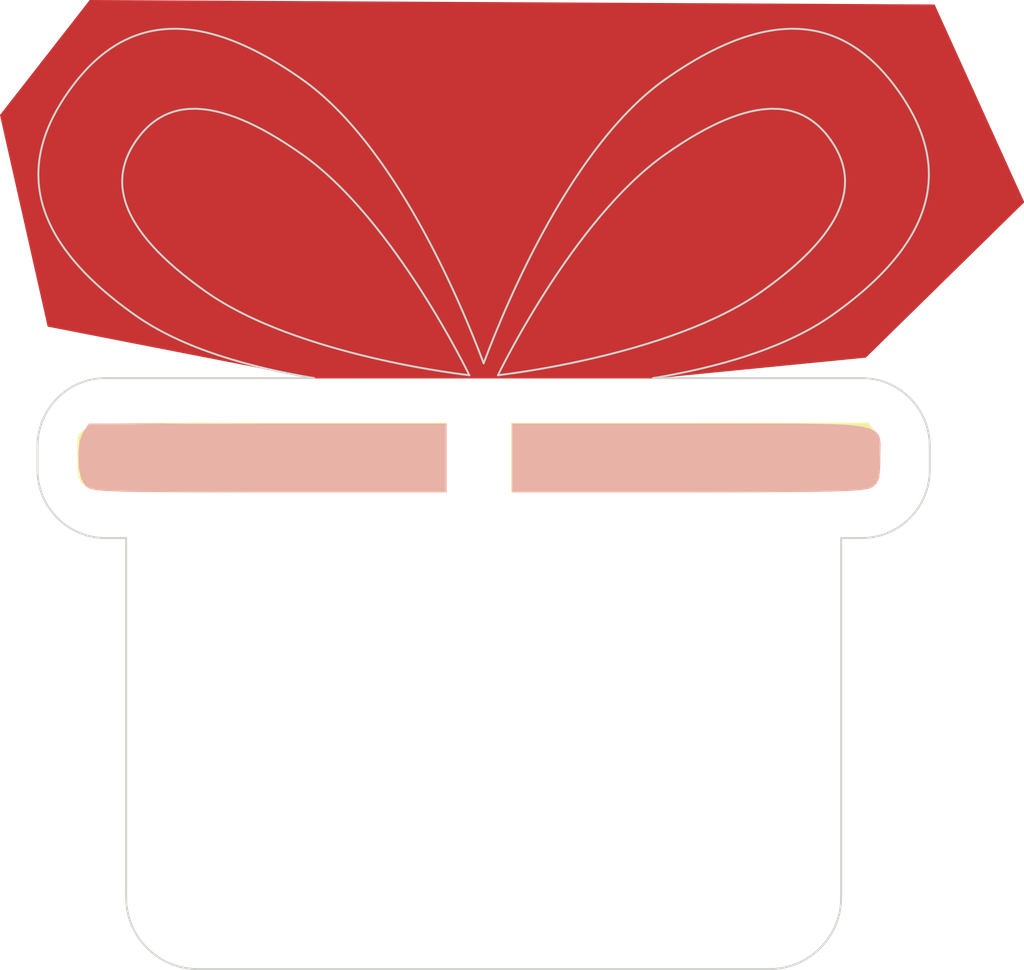
<source format=kicad_pcb>
(kicad_pcb (version 20171130) (host pcbnew "(5.1.12)-1")

  (general
    (thickness 1.6)
    (drawings 39)
    (tracks 0)
    (zones 0)
    (modules 2)
    (nets 1)
  )

  (page A4)
  (layers
    (0 F.Cu signal)
    (31 B.Cu signal)
    (32 B.Adhes user)
    (33 F.Adhes user)
    (34 B.Paste user)
    (35 F.Paste user)
    (36 B.SilkS user hide)
    (37 F.SilkS user hide)
    (38 B.Mask user hide)
    (39 F.Mask user hide)
    (40 Dwgs.User user)
    (41 Cmts.User user)
    (42 Eco1.User user)
    (43 Eco2.User user)
    (44 Edge.Cuts user)
    (45 Margin user)
    (46 B.CrtYd user)
    (47 F.CrtYd user)
    (48 B.Fab user)
    (49 F.Fab user)
  )

  (setup
    (last_trace_width 0.25)
    (trace_clearance 0.2)
    (zone_clearance 0.508)
    (zone_45_only no)
    (trace_min 0.2)
    (via_size 0.8)
    (via_drill 0.4)
    (via_min_size 0.4)
    (via_min_drill 0.3)
    (uvia_size 0.3)
    (uvia_drill 0.1)
    (uvias_allowed no)
    (uvia_min_size 0.2)
    (uvia_min_drill 0.1)
    (edge_width 0.05)
    (segment_width 0.2)
    (pcb_text_width 0.3)
    (pcb_text_size 1.5 1.5)
    (mod_edge_width 0.12)
    (mod_text_size 1 1)
    (mod_text_width 0.15)
    (pad_size 1.524 1.524)
    (pad_drill 0.762)
    (pad_to_mask_clearance 0)
    (aux_axis_origin 0 0)
    (visible_elements 7FFFFFFF)
    (pcbplotparams
      (layerselection 0x010fc_ffffffff)
      (usegerberextensions false)
      (usegerberattributes true)
      (usegerberadvancedattributes true)
      (creategerberjobfile true)
      (excludeedgelayer true)
      (linewidth 0.100000)
      (plotframeref false)
      (viasonmask false)
      (mode 1)
      (useauxorigin false)
      (hpglpennumber 1)
      (hpglpenspeed 20)
      (hpglpendiameter 15.000000)
      (psnegative false)
      (psa4output false)
      (plotreference true)
      (plotvalue true)
      (plotinvisibletext false)
      (padsonsilk false)
      (subtractmaskfromsilk false)
      (outputformat 1)
      (mirror false)
      (drillshape 1)
      (scaleselection 1)
      (outputdirectory ""))
  )

  (net 0 "")

  (net_class Default "This is the default net class."
    (clearance 0.2)
    (trace_width 0.25)
    (via_dia 0.8)
    (via_drill 0.4)
    (uvia_dia 0.3)
    (uvia_drill 0.1)
  )

  (module "vector-files:inside zones" (layer B.Cu) (tedit 61A03D5E) (tstamp 61A09BD7)
    (at 160.2486 120.6246 180)
    (fp_text reference G*** (at 0 0) (layer B.SilkS) hide
      (effects (font (size 1.524 1.524) (thickness 0.3)) (justify mirror))
    )
    (fp_text value LOGO (at 0.75 0) (layer B.SilkS) hide
      (effects (font (size 1.524 1.524) (thickness 0.3)) (justify mirror))
    )
    (fp_poly (pts (xy -17.550695 14.026918) (xy -3.351389 13.934722) (xy -3.260258 -5.909028) (xy -3.169126 -25.752778)
      (xy -16.754008 -25.752778) (xy -20.210603 -25.751526) (xy -23.030758 -25.745497) (xy -25.283584 -25.731277)
      (xy -27.038195 -25.705454) (xy -28.363705 -25.664616) (xy -29.329227 -25.605351) (xy -30.003873 -25.524246)
      (xy -30.456756 -25.417889) (xy -30.756991 -25.282868) (xy -30.973689 -25.115771) (xy -31.044445 -25.047223)
      (xy -31.197476 -24.87591) (xy -31.326622 -24.655124) (xy -31.433907 -24.327641) (xy -31.521356 -23.83624)
      (xy -31.590995 -23.123697) (xy -31.644849 -22.13279) (xy -31.684943 -20.806297) (xy -31.713303 -19.086994)
      (xy -31.731952 -16.917661) (xy -31.742917 -14.241073) (xy -31.748223 -11.00001) (xy -31.749894 -7.137247)
      (xy -31.75 -5.111276) (xy -31.75 14.119115) (xy -17.550695 14.026918)) (layer B.Mask) (width 0.01))
    (fp_poly (pts (xy 32.102777 -5.115278) (xy 32.102106 -9.286456) (xy 32.098743 -12.809307) (xy 32.090661 -15.741061)
      (xy 32.075835 -18.138946) (xy 32.05224 -20.060192) (xy 32.017849 -21.562026) (xy 31.970636 -22.701679)
      (xy 31.908576 -23.536378) (xy 31.829643 -24.123353) (xy 31.731811 -24.519833) (xy 31.613054 -24.783046)
      (xy 31.471347 -24.970221) (xy 31.397222 -25.047223) (xy 31.193641 -25.2267) (xy 30.931358 -25.372867)
      (xy 30.541252 -25.489138) (xy 29.9542 -25.578927) (xy 29.101083 -25.645645) (xy 27.912777 -25.692708)
      (xy 26.320162 -25.723527) (xy 24.254117 -25.741518) (xy 21.64552 -25.750092) (xy 18.42525 -25.752664)
      (xy 17.109722 -25.752778) (xy 3.527777 -25.752778) (xy 3.527777 14.111111) (xy 32.102777 14.111111)
      (xy 32.102777 -5.115278)) (layer B.Mask) (width 0.01))
    (fp_poly (pts (xy -25.322199 25.40265) (xy -21.403473 25.4) (xy -3.175 25.4) (xy -3.175 18.344444)
      (xy -21.264561 18.344444) (xy -25.359766 18.346551) (xy -28.807101 18.353989) (xy -31.66424 18.368437)
      (xy -33.988859 18.391573) (xy -35.838634 18.425075) (xy -37.271239 18.470621) (xy -38.344349 18.529891)
      (xy -39.115641 18.604561) (xy -39.64279 18.69631) (xy -39.98347 18.806816) (xy -40.138172 18.893615)
      (xy -40.56493 19.285998) (xy -40.803051 19.839034) (xy -40.904513 20.74789) (xy -40.922223 21.83755)
      (xy -40.938535 22.606819) (xy -40.951265 23.257238) (xy -40.906104 23.798719) (xy -40.74874 24.241174)
      (xy -40.424863 24.594515) (xy -39.880165 24.868656) (xy -39.060334 25.073508) (xy -37.91106 25.218983)
      (xy -36.378034 25.314995) (xy -34.406944 25.371455) (xy -31.943482 25.398276) (xy -28.933337 25.40537)
      (xy -25.322199 25.40265)) (layer B.SilkS) (width 0.01))
    (fp_poly (pts (xy 40.725829 24.615949) (xy 41.130122 23.612091) (xy 41.296734 22.278081) (xy 41.233113 20.878999)
      (xy 40.946708 19.679928) (xy 40.569444 19.05) (xy 40.393243 18.892907) (xy 40.166191 18.761037)
      (xy 39.829289 18.652186) (xy 39.323543 18.564148) (xy 38.589954 18.494717) (xy 37.569527 18.441689)
      (xy 36.203265 18.402856) (xy 34.432172 18.376015) (xy 32.19725 18.358959) (xy 29.439503 18.349482)
      (xy 26.099935 18.345381) (xy 22.119549 18.344448) (xy 21.695833 18.344444) (xy 3.527777 18.344444)
      (xy 3.527777 25.4) (xy 40.176658 25.4) (xy 40.725829 24.615949)) (layer B.SilkS) (width 0.01))
  )

  (module "vector-files:inside zones" (layer F.Cu) (tedit 61A03D5E) (tstamp 61A09B82)
    (at 159.8168 120.5484)
    (fp_text reference G*** (at 0 0) (layer F.SilkS) hide
      (effects (font (size 1.524 1.524) (thickness 0.3)))
    )
    (fp_text value LOGO (at 0.75 0) (layer F.SilkS) hide
      (effects (font (size 1.524 1.524) (thickness 0.3)))
    )
    (fp_poly (pts (xy -17.550695 -14.026918) (xy -3.351389 -13.934722) (xy -3.260258 5.909028) (xy -3.169126 25.752778)
      (xy -16.754008 25.752778) (xy -20.210603 25.751526) (xy -23.030758 25.745497) (xy -25.283584 25.731277)
      (xy -27.038195 25.705454) (xy -28.363705 25.664616) (xy -29.329227 25.605351) (xy -30.003873 25.524246)
      (xy -30.456756 25.417889) (xy -30.756991 25.282868) (xy -30.973689 25.115771) (xy -31.044445 25.047223)
      (xy -31.197476 24.87591) (xy -31.326622 24.655124) (xy -31.433907 24.327641) (xy -31.521356 23.83624)
      (xy -31.590995 23.123697) (xy -31.644849 22.13279) (xy -31.684943 20.806297) (xy -31.713303 19.086994)
      (xy -31.731952 16.917661) (xy -31.742917 14.241073) (xy -31.748223 11.00001) (xy -31.749894 7.137247)
      (xy -31.75 5.111276) (xy -31.75 -14.119115) (xy -17.550695 -14.026918)) (layer F.Mask) (width 0.01))
    (fp_poly (pts (xy 32.102777 5.115278) (xy 32.102106 9.286456) (xy 32.098743 12.809307) (xy 32.090661 15.741061)
      (xy 32.075835 18.138946) (xy 32.05224 20.060192) (xy 32.017849 21.562026) (xy 31.970636 22.701679)
      (xy 31.908576 23.536378) (xy 31.829643 24.123353) (xy 31.731811 24.519833) (xy 31.613054 24.783046)
      (xy 31.471347 24.970221) (xy 31.397222 25.047223) (xy 31.193641 25.2267) (xy 30.931358 25.372867)
      (xy 30.541252 25.489138) (xy 29.9542 25.578927) (xy 29.101083 25.645645) (xy 27.912777 25.692708)
      (xy 26.320162 25.723527) (xy 24.254117 25.741518) (xy 21.64552 25.750092) (xy 18.42525 25.752664)
      (xy 17.109722 25.752778) (xy 3.527777 25.752778) (xy 3.527777 -14.111111) (xy 32.102777 -14.111111)
      (xy 32.102777 5.115278)) (layer F.Mask) (width 0.01))
    (fp_poly (pts (xy -25.322199 -25.40265) (xy -21.403473 -25.4) (xy -3.175 -25.4) (xy -3.175 -18.344444)
      (xy -21.264561 -18.344444) (xy -25.359766 -18.346551) (xy -28.807101 -18.353989) (xy -31.66424 -18.368437)
      (xy -33.988859 -18.391573) (xy -35.838634 -18.425075) (xy -37.271239 -18.470621) (xy -38.344349 -18.529891)
      (xy -39.115641 -18.604561) (xy -39.64279 -18.69631) (xy -39.98347 -18.806816) (xy -40.138172 -18.893615)
      (xy -40.56493 -19.285998) (xy -40.803051 -19.839034) (xy -40.904513 -20.74789) (xy -40.922223 -21.83755)
      (xy -40.938535 -22.606819) (xy -40.951265 -23.257238) (xy -40.906104 -23.798719) (xy -40.74874 -24.241174)
      (xy -40.424863 -24.594515) (xy -39.880165 -24.868656) (xy -39.060334 -25.073508) (xy -37.91106 -25.218983)
      (xy -36.378034 -25.314995) (xy -34.406944 -25.371455) (xy -31.943482 -25.398276) (xy -28.933337 -25.40537)
      (xy -25.322199 -25.40265)) (layer F.SilkS) (width 0.01))
    (fp_poly (pts (xy 40.725829 -24.615949) (xy 41.130122 -23.612091) (xy 41.296734 -22.278081) (xy 41.233113 -20.878999)
      (xy 40.946708 -19.679928) (xy 40.569444 -19.05) (xy 40.393243 -18.892907) (xy 40.166191 -18.761037)
      (xy 39.829289 -18.652186) (xy 39.323543 -18.564148) (xy 38.589954 -18.494717) (xy 37.569527 -18.441689)
      (xy 36.203265 -18.402856) (xy 34.432172 -18.376015) (xy 32.19725 -18.358959) (xy 29.439503 -18.349482)
      (xy 26.099935 -18.345381) (xy 22.119549 -18.344448) (xy 21.695833 -18.344444) (xy 3.527777 -18.344444)
      (xy 3.527777 -25.4) (xy 40.176658 -25.4) (xy 40.725829 -24.615949)) (layer F.SilkS) (width 0.01))
  )

  (gr_poly (pts (xy 206.7306 52.2986) (xy 215.9 72.517) (xy 199.6948 88.4174) (xy 177.9778 90.551) (xy 143.0528 90.551) (xy 115.9002 85.2424) (xy 111.0234 63.6016) (xy 120.1928 51.8414)) (layer F.Mask) (width 0.1) (tstamp 61A09C00))
  (gr_poly (pts (xy 206.7052 52.2986) (xy 215.8746 72.517) (xy 199.6694 88.4174) (xy 177.9524 90.551) (xy 143.0274 90.551) (xy 115.8748 85.2424) (xy 110.998 63.6016) (xy 120.1674 51.8414)) (layer F.Cu) (width 0.1))
  (gr_curve (pts (xy 159.050519 90.265492) (xy 159.050519 90.265492) (xy 141.458002 88.353879) (xy 132.038459 81.695463)) (layer Edge.Cuts) (width 0.2))
  (gr_curve (pts (xy 141.934605 67.642639) (xy 151.354148 74.301055) (xy 159.050519 90.265492) (xy 159.050519 90.265492)) (layer Edge.Cuts) (width 0.2))
  (gr_curve (pts (xy 124.939299 66.153197) (xy 127.672053 62.272624) (xy 132.515033 60.984209) (xy 141.934605 67.642639)) (layer Edge.Cuts) (width 0.2))
  (gr_curve (pts (xy 132.038459 81.695463) (xy 122.618887 75.037047) (xy 122.206545 70.033799) (xy 124.939299 66.153197)) (layer Edge.Cuts) (width 0.2))
  (gr_curve (pts (xy 204.196847 92.606934) (xy 202.87833 91.288418) (xy 201.125242 90.562255) (xy 199.260603 90.562255)) (layer Edge.Cuts) (width 0.2))
  (gr_curve (pts (xy 199.260603 90.562255) (xy 199.260603 90.562255) (xy 177.900492 90.562255) (xy 177.900492 90.562255)) (layer Edge.Cuts) (width 0.2))
  (gr_curve (pts (xy 179.134317 59.921738) (xy 169.685543 66.590112) (xy 162.965723 82.515261) (xy 160.517045 89.041868)) (layer Edge.Cuts) (width 0.2))
  (gr_curve (pts (xy 196.094849 66.153197) (xy 198.827603 70.033799) (xy 198.41529 75.037047) (xy 188.995689 81.695463)) (layer Edge.Cuts) (width 0.2))
  (gr_curve (pts (xy 203.059085 61.164507) (xy 198.342656 54.481589) (xy 191.163606 51.432214) (xy 179.134317 59.921738)) (layer Edge.Cuts) (width 0.2))
  (gr_curve (pts (xy 197.158377 106.963464) (xy 197.158377 106.963464) (xy 199.260603 106.963464) (xy 199.260603 106.963464)) (layer Edge.Cuts) (width 0.2))
  (gr_curve (pts (xy 197.158377 143.814695) (xy 197.158377 143.814695) (xy 197.158377 106.963464) (xy 197.158377 106.963464)) (layer Edge.Cuts) (width 0.2))
  (gr_curve (pts (xy 195.005662 149.011757) (xy 196.39384 147.623578) (xy 197.158377 145.777884) (xy 197.158377 143.814695)) (layer Edge.Cuts) (width 0.2))
  (gr_curve (pts (xy 177.900492 90.562255) (xy 184.429442 89.480983) (xy 191.354418 87.55234) (xy 196.213943 84.122796)) (layer Edge.Cuts) (width 0.2))
  (gr_curve (pts (xy 131.225547 151.164472) (xy 131.225547 151.164472) (xy 189.808572 151.164472) (xy 189.808572 151.164472)) (layer Edge.Cuts) (width 0.2))
  (gr_curve (pts (xy 126.028486 149.011757) (xy 127.416664 150.399964) (xy 129.262388 151.164472) (xy 131.225547 151.164472)) (layer Edge.Cuts) (width 0.2))
  (gr_curve (pts (xy 206.241526 99.982541) (xy 206.241526 99.982541) (xy 206.241526 97.543178) (xy 206.241526 97.543178)) (layer Edge.Cuts) (width 0.2))
  (gr_curve (pts (xy 189.808572 151.164472) (xy 191.77176 151.164472) (xy 193.617484 150.399964) (xy 195.005662 149.011757)) (layer Edge.Cuts) (width 0.2))
  (gr_curve (pts (xy 123.8758 106.963464) (xy 123.8758 106.963464) (xy 123.8758 143.814695) (xy 123.8758 143.814695)) (layer Edge.Cuts) (width 0.2))
  (gr_curve (pts (xy 114.792622 97.543178) (xy 114.792622 97.543178) (xy 114.792622 99.982541) (xy 114.792622 99.982541)) (layer Edge.Cuts) (width 0.2))
  (gr_curve (pts (xy 116.837273 92.606934) (xy 115.518785 93.925451) (xy 114.792622 95.678511) (xy 114.792622 97.543178)) (layer Edge.Cuts) (width 0.2))
  (gr_curve (pts (xy 206.241526 97.543178) (xy 206.241526 95.678511) (xy 205.515364 93.925451) (xy 204.196847 92.606934)) (layer Edge.Cuts) (width 0.2))
  (gr_curve (pts (xy 204.196847 104.918813) (xy 205.515364 103.600268) (xy 206.241526 101.847237) (xy 206.241526 99.982541)) (layer Edge.Cuts) (width 0.2))
  (gr_curve (pts (xy 199.260603 106.963464) (xy 201.125242 106.963464) (xy 202.87833 106.237301) (xy 204.196847 104.918813)) (layer Edge.Cuts) (width 0.2))
  (gr_curve (pts (xy 123.8758 143.814695) (xy 123.8758 145.777884) (xy 124.640308 147.623578) (xy 126.028486 149.011757)) (layer Edge.Cuts) (width 0.2))
  (gr_curve (pts (xy 160.517045 89.041868) (xy 158.068968 82.516518) (xy 151.349348 66.590655) (xy 141.899831 59.921738)) (layer Edge.Cuts) (width 0.2))
  (gr_curve (pts (xy 141.899831 59.921738) (xy 129.870543 51.432214) (xy 122.691492 54.481589) (xy 117.975063 61.164507)) (layer Edge.Cuts) (width 0.2))
  (gr_curve (pts (xy 121.773545 106.963464) (xy 121.773545 106.963464) (xy 123.8758 106.963464) (xy 123.8758 106.963464)) (layer Edge.Cuts) (width 0.2))
  (gr_curve (pts (xy 116.837273 104.918813) (xy 118.155818 106.237301) (xy 119.908878 106.963464) (xy 121.773545 106.963464)) (layer Edge.Cuts) (width 0.2))
  (gr_curve (pts (xy 117.975063 61.164507) (xy 113.258691 67.847424) (xy 112.790945 75.633258) (xy 124.820205 84.122796)) (layer Edge.Cuts) (width 0.2))
  (gr_curve (pts (xy 114.792622 99.982541) (xy 114.792622 101.847237) (xy 115.518785 103.600268) (xy 116.837273 104.918813)) (layer Edge.Cuts) (width 0.2))
  (gr_curve (pts (xy 143.133657 90.562255) (xy 143.133657 90.562255) (xy 121.773545 90.562255) (xy 121.773545 90.562255)) (layer Edge.Cuts) (width 0.2))
  (gr_curve (pts (xy 124.820205 84.122796) (xy 129.67973 87.55234) (xy 136.604706 89.480983) (xy 143.133657 90.562255)) (layer Edge.Cuts) (width 0.2))
  (gr_curve (pts (xy 196.213943 84.122796) (xy 208.243203 75.633258) (xy 207.775457 67.847424) (xy 203.059085 61.164507)) (layer Edge.Cuts) (width 0.2))
  (gr_curve (pts (xy 161.983629 90.265492) (xy 161.983629 90.265492) (xy 169.68 74.301055) (xy 179.099543 67.642639)) (layer Edge.Cuts) (width 0.2))
  (gr_curve (pts (xy 188.995689 81.695463) (xy 179.576146 88.353879) (xy 161.983629 90.265492) (xy 161.983629 90.265492)) (layer Edge.Cuts) (width 0.2))
  (gr_curve (pts (xy 179.099543 67.642639) (xy 188.519115 60.984209) (xy 193.362095 62.272624) (xy 196.094849 66.153197)) (layer Edge.Cuts) (width 0.2))
  (gr_curve (pts (xy 121.773545 90.562255) (xy 119.908878 90.562255) (xy 118.155818 91.288418) (xy 116.837273 92.606934)) (layer Edge.Cuts) (width 0.2))

)

</source>
